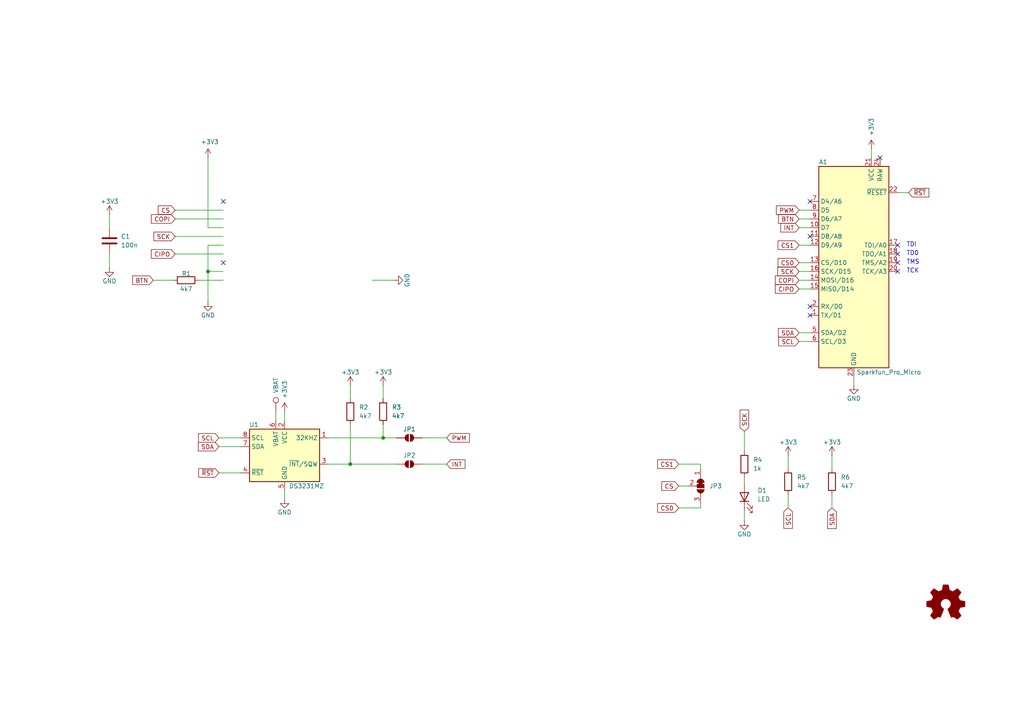
<source format=kicad_sch>
(kicad_sch (version 20231120) (generator "eeschema") (generator_version "8.0")
  (paper "A4")
  (title_block (title "LOG") (date "2020-10-12") (rev "v1.2") (company "nerdyscout"))
  (lib_symbols
    (symbol "Connector:TestPoint" (pin_numbers hide) (pin_names (offset 0.762) hide)
      (property "Reference" "TP" (at 0 6.858 0))
      (property "Value" "TestPoint" (at 0 5.08 0))
      (symbol "TestPoint_0_1"
        (circle (center 0 3.302) (radius 0.762))
      )
      (symbol "TestPoint_1_1"
        (pin passive line (at 0 0 90) (length 2.54) (name "1") (number "1"))
      )
    )
    (symbol "Device:C" (pin_numbers hide) (pin_names (offset 0.254))
      (property "Reference" "C" (at 0.635 2.54 0))
      (property "Value" "C" (at 0.635 -2.54 0))
      (symbol "C_0_1"
        (polyline (pts (xy -2.032 -0.762) (xy 2.032 -0.762)) (stroke (width 0.508)))
        (polyline (pts (xy -2.032 0.762) (xy 2.032 0.762)) (stroke (width 0.508)))
      )
      (symbol "C_1_1"
        (pin passive line (at 0 3.81 270) (length 2.794) (name "~") (number "1"))
        (pin passive line (at 0 -3.81 90) (length 2.794) (name "~") (number "2"))
      )
    )
    (symbol "Device:LED" (pin_numbers hide) (pin_names (offset 1.016) hide)
      (property "Reference" "D" (at 0 2.54 0))
      (property "Value" "LED" (at 0 -2.54 0))
      (symbol "LED_0_1"
        (polyline (pts (xy -1.27 -1.27) (xy -1.27 1.27)) (stroke (width 0.254)))
        (polyline (pts (xy -1.27 0) (xy 1.27 0)))
        (polyline (pts (xy 1.27 -1.27) (xy 1.27 1.27) (xy -1.27 0) (xy 1.27 -1.27)) (stroke (width 0.254)))
        (polyline (pts (xy -3.048 -0.762) (xy -4.572 -2.286) (xy -3.81 -2.286) (xy -4.572 -2.286) (xy -4.572 -1.524)))
        (polyline (pts (xy -1.778 -0.762) (xy -3.302 -2.286) (xy -2.54 -2.286) (xy -3.302 -2.286) (xy -3.302 -1.524)))
      )
      (symbol "LED_1_1"
        (pin passive line (at -3.81 0 0) (length 2.54) (name "K") (number "1"))
        (pin passive line (at 3.81 0 180) (length 2.54) (name "A") (number "2"))
      )
    )
    (symbol "Device:R" (pin_numbers hide) (pin_names (offset 0))
      (property "Reference" "R" (at 2.032 0 90))
      (property "Value" "R" (at 0 0 90))
      (symbol "R_0_1"
        (rectangle (start -1.016 -2.54) (end 1.016 2.54) (stroke (width 0.254)))
      )
      (symbol "R_1_1"
        (pin passive line (at 0 3.81 270) (length 1.27) (name "~") (number "1"))
        (pin passive line (at 0 -3.81 90) (length 1.27) (name "~") (number "2"))
      )
    )
    (symbol "Graphic:Logo_Open_Hardware_Small" (in_bom no) (on_board no)
      (symbol "Logo_Open_Hardware_Small_0_1"
        (polyline (pts (xy 3.3528 -4.3434) (xy 3.302 -4.318) (xy 3.175 -4.2418) (xy 2.9972 -4.1148) (xy 2.7686 -3.9624) (xy 2.54 -3.81) (xy 2.3622 -3.7084) (xy 2.2352 -3.6068) (xy 2.1844 -3.5814) (xy 2.159 -3.6068) (xy 2.0574 -3.6576) (xy 1.905 -3.7338) (xy 1.8034 -3.7846) (xy 1.6764 -3.8354) (xy 1.6002 -3.8354) (xy 1.6002 -3.8354) (xy 1.5494 -3.7338) (xy 1.4732 -3.5306) (xy 1.3462 -3.302) (xy 1.2446 -3.0226) (xy 1.1176 -2.7178) (xy 0.9652 -2.413) (xy 0.8636 -2.1082) (xy 0.7366 -1.8288) (xy 0.6604 -1.6256) (xy 0.6096 -1.4732) (xy 0.5842 -1.397) (xy 0.5842 -1.397) (xy 0.6604 -1.3208) (xy 0.7874 -1.2446) (xy 1.0414 -1.016) (xy 1.2954 -0.6858) (xy 1.4478 -0.3302) (xy 1.524 0.0762) (xy 1.4732 0.4572) (xy 1.3208 0.8128) (xy 1.0668 1.143) (xy 0.762 1.3716) (xy 0.4064 1.524) (xy 0 1.5748) (xy -0.381 1.5494) (xy -0.7366 1.397) (xy -1.0668 1.143) (xy -1.2192 0.9906) (xy -1.397 0.6604) (xy -1.524 0.3048) (xy -1.524 0.2286) (xy -1.4986 -0.1778) (xy -1.397 -0.5334) (xy -1.1938 -0.8636) (xy -0.9144 -1.143) (xy -0.8636 -1.1684) (xy -0.7366 -1.27) (xy -0.635 -1.3462) (xy -0.5842 -1.397) (xy -1.0668 -2.5908) (xy -1.143 -2.794) (xy -1.2954 -3.1242) (xy -1.397 -3.4036) (xy -1.4986 -3.6322) (xy -1.5748 -3.7846) (xy -1.6002 -3.8354) (xy -1.6002 -3.8354) (xy -1.651 -3.8354) (xy -1.7272 -3.81) (xy -1.905 -3.7338) (xy -2.0066 -3.683) (xy -2.1336 -3.6068) (xy -2.2098 -3.5814) (xy -2.2606 -3.6068) (xy -2.3622 -3.683) (xy -2.54 -3.81) (xy -2.7686 -3.9624) (xy -2.9718 -4.0894) (xy -3.1496 -4.2164) (xy -3.302 -4.318) (xy -3.3528 -4.3434) (xy -3.3782 -4.3434) (xy -3.429 -4.318) (xy -3.5306 -4.2164) (xy -3.7084 -4.064) (xy -3.937 -3.8354) (xy -3.9624 -3.81) (xy -4.1656 -3.6068) (xy -4.318 -3.4544) (xy -4.4196 -3.3274) (xy -4.445 -3.2766) (xy -4.445 -3.2766) (xy -4.4196 -3.2258) (xy -4.318 -3.0734) (xy -4.2164 -2.8956) (xy -4.064 -2.667) (xy -3.6576 -2.0828) (xy -3.8862 -1.5494) (xy -3.937 -1.3716) (xy -4.0386 -1.1684) (xy -4.0894 -1.0414) (xy -4.1148 -0.9652) (xy -4.191 -0.9398) (xy -4.318 -0.9144) (xy -4.5466 -0.8636) (xy -4.8006 -0.8128) (xy -5.0546 -0.7874) (xy -5.2578 -0.7366) (xy -5.4356 -0.7112) (xy -5.5118 -0.6858) (xy -5.5118 -0.6858) (xy -5.5372 -0.635) (xy -5.5372 -0.5588) (xy -5.5372 -0.4318) (xy -5.5626 -0.2286) (xy -5.5626 0.0762) (xy -5.5626 0.127) (xy -5.5372 0.4064) (xy -5.5372 0.635) (xy -5.5372 0.762) (xy -5.5372 0.8382) (xy -5.5372 0.8382) (xy -5.461 0.8382) (xy -5.3086 0.889) (xy -5.08 0.9144) (xy -4.826 0.9652) (xy -4.8006 0.9906) (xy -4.5466 1.0414) (xy -4.318 1.0668) (xy -4.1656 1.1176) (xy -4.0894 1.143) (xy -4.0894 1.143) (xy -4.0386 1.2446) (xy -3.9624 1.4224) (xy -3.8608 1.6256) (xy -3.7846 1.8288) (xy -3.7084 2.0066) (xy -3.6576 2.159) (xy -3.6322 2.2098) (xy -3.6322 2.2098) (xy -3.683 2.286) (xy -3.7592 2.413) (xy -3.8862 2.5908) (xy -4.064 2.8194) (xy -4.064 2.8448) (xy -4.2164 3.0734) (xy -4.3434 3.2512) (xy -4.4196 3.3782) (xy -4.445 3.4544) (xy -4.445 3.4544) (xy -4.3942 3.5052) (xy -4.2926 3.6322) (xy -4.1148 3.81) (xy -3.937 4.0132) (xy -3.8608 4.064) (xy -3.6576 4.2926) (xy -3.5052 4.4196) (xy -3.4036 4.4958) (xy -3.3528 4.5212) (xy -3.3528 4.5212) (xy -3.302 4.4704) (xy -3.1496 4.3688) (xy -2.9718 4.2418) (xy -2.7432 4.0894) (xy -2.7178 4.0894) (xy -2.4892 3.937) (xy -2.3114 3.81) (xy -2.1844 3.7084) (xy -2.1336 3.683) (xy -2.1082 3.683) (xy -2.032 3.7084) (xy -1.8542 3.7592) (xy -1.6764 3.8354) (xy -1.4732 3.937) (xy -1.27 4.0132) (xy -1.143 4.064) (xy -1.0668 4.1148) (xy -1.0668 4.1148) (xy -1.0414 4.191) (xy -1.016 4.3434) (xy -0.9652 4.572) (xy -0.9144 4.8514) (xy -0.889 4.9022) (xy -0.8382 5.1562) (xy -0.8128 5.3848) (xy -0.7874 5.5372) (xy -0.762 5.588) (xy -0.7112 5.6134) (xy -0.5842 5.6134) (xy -0.4064 5.6134) (xy -0.1524 5.6134) (xy 0.0762 5.6134) (xy 0.3302 5.6134) (xy 0.5334 5.6134) (xy 0.6858 5.588) (xy 0.7366 5.588) (xy 0.7366 5.588) (xy 0.762 5.5118) (xy 0.8128 5.334) (xy 0.8382 5.1054) (xy 0.9144 4.826) (xy 0.9144 4.7752) (xy 0.9652 4.5212) (xy 1.016 4.2926) (xy 1.0414 4.1402) (xy 1.0668 4.0894) (xy 1.0668 4.0894) (xy 1.1938 4.0386) (xy 1.3716 3.9624) (xy 1.5748 3.8608) (xy 2.0828 3.6576) (xy 2.7178 4.0894) (xy 2.7686 4.1402) (xy 2.9972 4.2926) (xy 3.175 4.4196) (xy 3.302 4.4958) (xy 3.3782 4.5212) (xy 3.3782 4.5212) (xy 3.429 4.4704) (xy 3.556 4.3434) (xy 3.7338 4.191) (xy 3.9116 3.9878) (xy 4.064 3.8354) (xy 4.2418 3.6576) (xy 4.3434 3.556) (xy 4.4196 3.4798) (xy 4.4196 3.429) (xy 4.4196 3.4036) (xy 4.3942 3.3274) (xy 4.2926 3.2004) (xy 4.1656 2.9972) (xy 4.0132 2.794) (xy 3.8862 2.5908) (xy 3.7592 2.3876) (xy 3.6576 2.2352) (xy 3.6322 2.159) (xy 3.6322 2.1336) (xy 3.683 2.0066) (xy 3.7592 1.8288) (xy 3.8608 1.6002) (xy 4.064 1.1176) (xy 4.3942 1.0414) (xy 4.5974 1.016) (xy 4.8768 0.9652) (xy 5.1308 0.9144) (xy 5.5372 0.8382) (xy 5.5626 -0.6604) (xy 5.4864 -0.6858) (xy 5.4356 -0.6858) (xy 5.2832 -0.7366) (xy 5.0546 -0.762) (xy 4.8006 -0.8128) (xy 4.5974 -0.8636) (xy 4.3688 -0.9144) (xy 4.2164 -0.9398) (xy 4.1402 -0.9398) (xy 4.1148 -0.9652) (xy 4.064 -1.0668) (xy 3.9878 -1.2446) (xy 3.9116 -1.4478) (xy 3.81 -1.651) (xy 3.7338 -1.8542) (xy 3.683 -2.0066) (xy 3.6576 -2.0828) (xy 3.683 -2.1336) (xy 3.7846 -2.2606) (xy 3.8862 -2.4638) (xy 4.0386 -2.667) (xy 4.191 -2.8956) (xy 4.318 -3.0734) (xy 4.3942 -3.2004) (xy 4.445 -3.2766) (xy 4.4196 -3.3274) (xy 4.3434 -3.429) (xy 4.1656 -3.5814) (xy 3.937 -3.8354) (xy 3.8862 -3.8608) (xy 3.683 -4.064) (xy 3.5306 -4.2164) (xy 3.4036 -4.318) (xy 3.3528 -4.3434)) (fill (type outline)))
      )
    )
    (symbol "Jumper:SolderJumper_2_Open" (pin_numbers hide) (pin_names (offset 0) hide) (exclude_from_sim yes) (in_bom no)
      (property "Reference" "JP" (at 0 2.032 0))
      (property "Value" "SolderJumper_2_Open" (at 0 -2.54 0))
      (symbol "SolderJumper_2_Open_0_1"
        (arc (start -0.254 1.016) (mid -1.2656 0) (end -0.254 -1.016))
        (arc (start -0.254 1.016) (mid -1.2656 0) (end -0.254 -1.016) (fill (type outline)))
        (polyline (pts (xy -0.254 1.016) (xy -0.254 -1.016)))
        (polyline (pts (xy 0.254 1.016) (xy 0.254 -1.016)))
        (arc (start 0.254 -1.016) (mid 1.2656 0) (end 0.254 1.016))
        (arc (start 0.254 -1.016) (mid 1.2656 0) (end 0.254 1.016) (fill (type outline)))
      )
      (symbol "SolderJumper_2_Open_1_1"
        (pin passive line (at -3.81 0 0) (length 2.54) (name "A") (number "1"))
        (pin passive line (at 3.81 0 180) (length 2.54) (name "B") (number "2"))
      )
    )
    (symbol "Jumper:SolderJumper_3_Bridged12" (pin_names (offset 0) hide) (exclude_from_sim yes) (in_bom no)
      (property "Reference" "JP" (at -2.54 -2.54 0))
      (property "Value" "SolderJumper_3_Bridged12" (at 0 2.794 0))
      (symbol "SolderJumper_3_Bridged12_0_1"
        (rectangle (start -1.016 0.508) (end -0.508 -0.508) (fill (type outline)))
        (arc (start -1.016 1.016) (mid -2.0276 0) (end -1.016 -1.016))
        (arc (start -1.016 1.016) (mid -2.0276 0) (end -1.016 -1.016) (fill (type outline)))
        (rectangle (start -0.508 1.016) (end 0.508 -1.016) (fill (type outline)))
        (polyline (pts (xy -2.54 0) (xy -2.032 0)))
        (polyline (pts (xy -1.016 1.016) (xy -1.016 -1.016)))
        (polyline (pts (xy 0 -1.27) (xy 0 -1.016)))
        (polyline (pts (xy 1.016 1.016) (xy 1.016 -1.016)))
        (polyline (pts (xy 2.54 0) (xy 2.032 0)))
        (arc (start 1.016 -1.016) (mid 2.0276 0) (end 1.016 1.016))
        (arc (start 1.016 -1.016) (mid 2.0276 0) (end 1.016 1.016) (fill (type outline)))
      )
      (symbol "SolderJumper_3_Bridged12_1_1"
        (pin passive line (at -5.08 0 0) (length 2.54) (name "A") (number "1"))
        (pin passive line (at 0 -3.81 90) (length 2.54) (name "C") (number "2"))
        (pin passive line (at 5.08 0 180) (length 2.54) (name "B") (number "3"))
      )
    )
    (symbol "ProMicro:Sparkfun_Pro_Micro"
      (property "Reference" "A" (at -10.16 29.21 0))
      (property "Value" "Sparkfun_Pro_Micro" (at 2.54 -31.75 0))
      (symbol "Sparkfun_Pro_Micro_0_1"
        (rectangle (start -10.16 27.94) (end 10.16 -30.48) (stroke (width 0.254)) (fill (type background)))
      )
      (symbol "Sparkfun_Pro_Micro_1_1"
        (pin bidirectional line (at -12.7 -15.24 0) (length 2.54) (name "TX/D1") (number "1"))
        (pin bidirectional line (at -12.7 10.16 0) (length 2.54) (name "D7") (number "10"))
        (pin bidirectional line (at -12.7 7.62 0) (length 2.54) (name "D8/A8") (number "11"))
        (pin bidirectional line (at -12.7 5.08 0) (length 2.54) (name "D9/A9") (number "12"))
        (pin bidirectional line (at -12.7 0 0) (length 2.54) (name "CS/D10") (number "13"))
        (pin bidirectional line (at -12.7 -5.08 0) (length 2.54) (name "MOSI/D16") (number "14"))
        (pin bidirectional line (at -12.7 -7.62 0) (length 2.54) (name "MISO/D14") (number "15"))
        (pin bidirectional line (at -12.7 -2.54 0) (length 2.54) (name "SCK/D15") (number "16"))
        (pin bidirectional line (at 12.7 5.08 180) (length 2.54) (name "TDI/A0") (number "17"))
        (pin bidirectional line (at 12.7 2.54 180) (length 2.54) (name "TDO/A1") (number "18"))
        (pin bidirectional line (at 12.7 0 180) (length 2.54) (name "TMS/A2") (number "19"))
        (pin bidirectional line (at -12.7 -12.7 0) (length 2.54) (name "RX/D0") (number "2"))
        (pin bidirectional line (at 12.7 -2.54 180) (length 2.54) (name "TCK/A3") (number "20"))
        (pin power_in line (at 5.08 30.48 270) (length 2.54) (name "VCC") (number "21"))
        (pin input line (at 12.7 20.32 180) (length 2.54) (name "~{RESET}") (number "22"))
        (pin power_in line (at 0 -33.02 90) (length 2.54) (name "GND") (number "23"))
        (pin power_in line (at 7.62 30.48 270) (length 2.54) (name "RAW") (number "24"))
        (pin passive line (at 0 -33.02 90) (length 2.54) hide (name "GND") (number "3"))
        (pin passive line (at 0 -33.02 90) (length 2.54) hide (name "GND") (number "4"))
        (pin bidirectional line (at -12.7 -20.32 0) (length 2.54) (name "SDA/D2") (number "5"))
        (pin bidirectional line (at -12.7 -22.86 0) (length 2.54) (name "SCL/D3") (number "6"))
        (pin bidirectional line (at -12.7 17.78 0) (length 2.54) (name "D4/A6") (number "7"))
        (pin bidirectional line (at -12.7 15.24 0) (length 2.54) (name "D5") (number "8"))
        (pin bidirectional line (at -12.7 12.7 0) (length 2.54) (name "D6/A7") (number "9"))
      )
    )
    (symbol "Timer_RTC:DS3231MZ"
      (property "Reference" "U" (at -7.62 8.89 0))
      (property "Value" "DS3231MZ" (at 11.43 8.89 0))
      (symbol "DS3231MZ_0_1"
        (rectangle (start -10.16 7.62) (end 10.16 -7.62) (stroke (width 0.254)) (fill (type background)))
      )
      (symbol "DS3231MZ_1_1"
        (pin open_collector line (at 12.7 5.08 180) (length 2.54) (name "32KHZ") (number "1"))
        (pin power_in line (at 0 10.16 270) (length 2.54) (name "VCC") (number "2"))
        (pin open_collector line (at 12.7 -2.54 180) (length 2.54) (name "~{INT}/SQW") (number "3"))
        (pin bidirectional line (at -12.7 -5.08 0) (length 2.54) (name "~{RST}") (number "4"))
        (pin power_in line (at 0 -10.16 90) (length 2.54) (name "GND") (number "5"))
        (pin power_in line (at -2.54 10.16 270) (length 2.54) (name "VBAT") (number "6"))
        (pin bidirectional line (at -12.7 2.54 0) (length 2.54) (name "SDA") (number "7"))
        (pin input line (at -12.7 5.08 0) (length 2.54) (name "SCL") (number "8"))
      )
    )
    (symbol "power:+3V3" (power) (pin_numbers hide) (pin_names (offset 0) hide)
      (property "Value" "+3V3" (at 0 3.556 0))
      (symbol "+3V3_0_1"
        (polyline (pts (xy -0.762 1.27) (xy 0 2.54)))
        (polyline (pts (xy 0 0) (xy 0 2.54)))
        (polyline (pts (xy 0 2.54) (xy 0.762 1.27)))
      )
      (symbol "+3V3_1_1"
        (pin power_in line (at 0 0 90) (length 0) (name "~") (number "1"))
      )
    )
    (symbol "power:GND" (power) (pin_numbers hide) (pin_names (offset 0) hide)
      (property "Value" "GND" (at 0 -3.81 0))
      (symbol "GND_0_1"
        (polyline (pts (xy 0 0) (xy 0 -1.27) (xy 1.27 -1.27) (xy 0 -2.54) (xy -1.27 -1.27) (xy 0 -1.27)))
      )
      (symbol "GND_1_1"
        (pin power_in line (at 0 0 270) (length 0) (name "~") (number "1"))
      )
    )
  )
  (junction (at 111.125 127))
  (junction (at 60.325 78.74))
  (junction (at 101.6 134.62))
  (no_connect (at 260.35 76.2))
  (no_connect (at 260.35 73.66))
  (no_connect (at 234.95 68.58))
  (no_connect (at 234.95 58.42))
  (no_connect (at 234.95 88.9))
  (no_connect (at 234.95 91.44))
  (no_connect (at 255.27 45.72))
  (no_connect (at 260.35 71.12))
  (no_connect (at 260.35 78.74))
  (no_connect (at 64.77 58.42))
  (no_connect (at 64.77 76.2))
  (wire (pts (xy 231.775 66.04) (xy 234.95 66.04)))
  (wire (pts (xy 64.77 63.5) (xy 50.8 63.5)))
  (wire (pts (xy 82.55 119.38) (xy 82.55 121.92)))
  (wire (pts (xy 215.9 140.335) (xy 215.9 138.43)))
  (wire (pts (xy 231.775 78.74) (xy 234.95 78.74)))
  (wire (pts (xy 203.2 134.62) (xy 203.2 135.89)))
  (wire (pts (xy 101.6 111.76) (xy 101.6 115.57)))
  (wire (pts (xy 31.75 62.23) (xy 31.75 66.04)))
  (wire (pts (xy 63.5 137.16) (xy 69.85 137.16)))
  (wire (pts (xy 111.125 123.19) (xy 111.125 127)))
  (wire (pts (xy 215.9 125.095) (xy 215.9 130.81)))
  (wire (pts (xy 101.6 123.19) (xy 101.6 134.62)))
  (wire (pts (xy 114.3 81.28) (xy 107.95 81.28)))
  (wire (pts (xy 231.775 83.82) (xy 234.95 83.82)))
  (wire (pts (xy 228.6 132.08) (xy 228.6 135.89)))
  (wire (pts (xy 196.85 147.32) (xy 203.2 147.32)))
  (wire (pts (xy 95.25 134.62) (xy 101.6 134.62)))
  (wire (pts (xy 80.01 119.38) (xy 80.01 121.92)))
  (wire (pts (xy 241.3 143.51) (xy 241.3 147.32)))
  (wire (pts (xy 111.125 111.76) (xy 111.125 115.57)))
  (wire (pts (xy 196.85 140.97) (xy 199.39 140.97)))
  (wire (pts (xy 231.775 99.06) (xy 234.95 99.06)))
  (wire (pts (xy 60.325 78.74) (xy 64.77 78.74)))
  (wire (pts (xy 247.65 111.76) (xy 247.65 109.22)))
  (wire (pts (xy 234.95 76.2) (xy 231.775 76.2)))
  (wire (pts (xy 101.6 134.62) (xy 114.935 134.62)))
  (wire (pts (xy 95.25 127) (xy 111.125 127)))
  (wire (pts (xy 122.555 127) (xy 129.54 127)))
  (wire (pts (xy 50.8 68.58) (xy 64.77 68.58)))
  (wire (pts (xy 231.775 60.96) (xy 234.95 60.96)))
  (wire (pts (xy 60.325 78.74) (xy 60.325 87.63)))
  (wire (pts (xy 122.555 134.62) (xy 129.54 134.62)))
  (wire (pts (xy 241.3 132.08) (xy 241.3 135.89)))
  (wire (pts (xy 215.9 151.13) (xy 215.9 147.955)))
  (wire (pts (xy 252.73 43.18) (xy 252.73 45.72)))
  (wire (pts (xy 57.785 81.28) (xy 64.77 81.28)))
  (wire (pts (xy 234.95 63.5) (xy 231.775 63.5)))
  (wire (pts (xy 203.2 147.32) (xy 203.2 146.05)))
  (wire (pts (xy 111.125 127) (xy 114.935 127)))
  (wire (pts (xy 63.5 127) (xy 69.85 127)))
  (wire (pts (xy 60.325 71.12) (xy 60.325 78.74)))
  (wire (pts (xy 64.77 66.04) (xy 60.325 66.04)))
  (wire (pts (xy 234.95 81.28) (xy 231.775 81.28)))
  (wire (pts (xy 64.77 71.12) (xy 60.325 71.12)))
  (wire (pts (xy 44.45 81.28) (xy 50.165 81.28)))
  (wire (pts (xy 263.525 55.88) (xy 260.35 55.88)))
  (wire (pts (xy 50.8 73.66) (xy 64.77 73.66)))
  (wire (pts (xy 69.85 129.54) (xy 63.5 129.54)))
  (wire (pts (xy 60.325 45.72) (xy 60.325 66.04)))
  (wire (pts (xy 234.95 96.52) (xy 231.775 96.52)))
  (wire (pts (xy 31.75 73.66) (xy 31.75 77.724)))
  (wire (pts (xy 196.85 134.62) (xy 203.2 134.62)))
  (wire (pts (xy 82.55 144.78) (xy 82.55 142.24)))
  (wire (pts (xy 228.6 143.51) (xy 228.6 147.32)))
  (wire (pts (xy 231.775 71.12) (xy 234.95 71.12)))
  (wire (pts (xy 50.8 60.96) (xy 64.77 60.96)))
  (text "TDI" (at 262.89 71.755 0) (effects (font (size 1.27 1.27)) (justify left bottom)))
  (text "TD0" (at 262.89 74.295 0) (effects (font (size 1.27 1.27)) (justify left bottom)))
  (text "TMS" (at 262.89 76.835 0) (effects (font (size 1.27 1.27)) (justify left bottom)))
  (text "TCK" (at 262.89 79.375 0) (effects (font (size 1.27 1.27)) (justify left bottom)))
  (global_label "CS1" (shape input) (at 231.775 71.12 180) (property "Intersheetrefs" "${INTERSHEET_REFS}" (effects (hide yes))))
  (global_label "SDA" (shape input) (at 63.5 129.54 180) (property "Intersheetrefs" "${INTERSHEET_REFS}" (effects (hide yes))))
  (global_label "~{RST}" (shape input) (at 63.5 137.16 180) (property "Intersheetrefs" "${INTERSHEET_REFS}" (effects (hide yes))))
  (global_label "COPI" (shape input) (at 231.775 81.28 180) (property "Intersheetrefs" "${INTERSHEET_REFS}" (effects (hide yes))))
  (global_label "CS0" (shape input) (at 196.85 147.32 180) (property "Intersheetrefs" "${INTERSHEET_REFS}" (effects (hide yes))))
  (global_label "SDA" (shape input) (at 241.3 147.32 270) (property "Intersheetrefs" "${INTERSHEET_REFS}" (effects (hide yes))))
  (global_label "CS" (shape input) (at 196.85 140.97 180) (property "Intersheetrefs" "${INTERSHEET_REFS}" (effects (hide yes))))
  (global_label "INT" (shape input) (at 129.54 134.62 0) (property "Intersheetrefs" "${INTERSHEET_REFS}" (effects (hide yes))))
  (global_label "SCL" (shape input) (at 63.5 127 180) (property "Intersheetrefs" "${INTERSHEET_REFS}" (effects (hide yes))))
  (global_label "PWM" (shape input) (at 129.54 127 0) (property "Intersheetrefs" "${INTERSHEET_REFS}" (effects (hide yes))))
  (global_label "CIPO" (shape input) (at 231.775 83.82 180) (property "Intersheetrefs" "${INTERSHEET_REFS}" (effects (hide yes))))
  (global_label "SCL" (shape input) (at 231.775 99.06 180) (property "Intersheetrefs" "${INTERSHEET_REFS}" (effects (hide yes))))
  (global_label "COPI" (shape input) (at 50.8 63.5 180) (property "Intersheetrefs" "${INTERSHEET_REFS}" (effects (hide yes))))
  (global_label "CS1" (shape input) (at 196.85 134.62 180) (property "Intersheetrefs" "${INTERSHEET_REFS}" (effects (hide yes))))
  (global_label "SCK" (shape input) (at 231.775 78.74 180) (property "Intersheetrefs" "${INTERSHEET_REFS}" (effects (hide yes))))
  (global_label "~{RST}" (shape input) (at 263.525 55.88 0) (property "Intersheetrefs" "${INTERSHEET_REFS}" (effects (hide yes))))
  (global_label "CS0" (shape input) (at 231.775 76.2 180) (property "Intersheetrefs" "${INTERSHEET_REFS}" (effects (hide yes))))
  (global_label "INT" (shape input) (at 231.775 66.04 180) (property "Intersheetrefs" "${INTERSHEET_REFS}" (effects (hide yes))))
  (global_label "BTN" (shape input) (at 231.775 63.5 180) (property "Intersheetrefs" "${INTERSHEET_REFS}" (effects (hide yes))))
  (global_label "BTN" (shape input) (at 44.45 81.28 180) (property "Intersheetrefs" "${INTERSHEET_REFS}" (effects (hide yes))))
  (global_label "SDA" (shape input) (at 231.775 96.52 180) (property "Intersheetrefs" "${INTERSHEET_REFS}" (effects (hide yes))))
  (global_label "SCL" (shape input) (at 228.6 147.32 270) (property "Intersheetrefs" "${INTERSHEET_REFS}" (effects (hide yes))))
  (global_label "SCK" (shape input) (at 215.9 125.095 90) (property "Intersheetrefs" "${INTERSHEET_REFS}" (effects (hide yes))))
  (global_label "SCK" (shape input) (at 50.8 68.58 180) (property "Intersheetrefs" "${INTERSHEET_REFS}" (effects (hide yes))))
  (global_label "CS" (shape input) (at 50.8 60.96 180) (property "Intersheetrefs" "${INTERSHEET_REFS}" (effects (hide yes))))
  (global_label "CIPO" (shape input) (at 50.8 73.66 180) (property "Intersheetrefs" "${INTERSHEET_REFS}" (effects (hide yes))))
  (global_label "PWM" (shape input) (at 231.775 60.96 180) (property "Intersheetrefs" "${INTERSHEET_REFS}" (effects (hide yes))))
  (symbol (lib_id "power:GND") (at 247.65 111.76 0) (unit 1)
    (property "Reference" "#PWR0101" (effects (hide yes)))
    (property "Value" "GND" (at 247.65 115.57 0))
  )
  (symbol (lib_id "power:+3V3") (at 252.73 43.18 0) (unit 1)
    (property "Reference" "#PWR0102" (effects (hide yes)))
    (property "Value" "+3V3" (at 252.73 36.83 90))
  )
  (symbol (lib_id "power:GND") (at 31.75 77.724 0) (unit 1)
    (property "Reference" "#PWR0104" (effects (hide yes)))
    (property "Value" "GND" (at 31.75 81.534 0))
  )
  (symbol (lib_id "power:+3V3") (at 241.3 132.08 0) (unit 1)
    (property "Reference" "#PWR0111" (effects (hide yes)))
    (property "Value" "+3V3" (at 241.3 128.27 0))
  )
  (symbol (lib_id "power:+3V3") (at 228.6 132.08 0) (unit 1)
    (property "Reference" "#PWR0112" (effects (hide yes)))
    (property "Value" "+3V3" (at 228.6 128.27 0))
  )
  (symbol (lib_id "Graphic:Logo_Open_Hardware_Small") (at 274.32 175.26 0) (unit 1)
    (property "Reference" "LOGO1" (effects (hide yes)))
    (property "Value" "Logo_Open_Hardware_Small" (effects (hide yes)))
    (property "Footprint" "Symbol:OSHW-Symbol_6.7x6mm_SilkScreen" (effects (hide yes)))
  )
  (symbol (lib_id "power:GND") (at 60.325 87.63 0) (unit 1)
    (property "Reference" "#PWR04" (effects (hide yes)))
    (property "Value" "GND" (at 60.325 91.44 0))
  )
  (symbol (lib_id "power:+3V3") (at 60.325 45.72 0) (unit 1)
    (property "Reference" "#PWR01" (effects (hide yes)))
    (property "Value" "+3V3" (at 60.833 41.148 0))
  )
  (symbol (lib_id "Jumper:SolderJumper_3_Bridged12") (at 203.2 140.97 270) (unit 1)
    (property "Reference" "JP3" (at 205.74 140.97 90) (effects (justify left)))
    (property "Value" "SolderJumper_3_Bridged12" (effects (hide yes)))
    (property "Footprint" "Jumper:SolderJumper-3_P1.3mm_Bridged12_RoundedPad1.0x1.5mm_NumberLabels" (effects (hide yes)))
  )
  (symbol (lib_id "Connector:Micro_SD_Card_Det") (at 87.63 68.58 0) (unit 1)
    (property "Reference" "J1" (at 86.36 46.99 0))
    (property "Value" "Micro_SD_Card_Det" (at 86.36 49.53 0))
    (property "Footprint" "Connector_Card:microSD_HC_Molex_104031-0811" (effects (hide yes)))
    (property "Datasheet" "https://www.hirose.com/product/en/download_file/key_name/DM3/category/Catalog/doc_file_id/49662/?file_category_id=4&item_id=195&is_series=1" (effects (hide yes)))
    (property "Variant" "-RTC,+LOG" (effects (hide yes)))
  )
  (symbol (lib_id "Connector:TestPoint") (at 80.01 119.38 0) (unit 1)
    (property "Reference" "TP1" (effects (hide yes)))
    (property "Value" "VBAT" (at 80.01 111.76 90))
    (property "Footprint" "TestPoint:TestPoint_THTPad_D2.0mm_Drill1.0mm" (effects (hide yes)))
  )
  (symbol (lib_id "Device:R") (at 53.975 81.28 270) (unit 1)
    (property "Reference" "R1" (at 52.705 79.375 90) (effects (justify left)))
    (property "Value" "4k7" (at 53.975 83.82 90))
    (property "Footprint" "Resistor_SMD:R_0603_1608Metric" (effects (hide yes)))
    (property "Variant" "-RTC,+LOG" (effects (hide yes)))
  )
  (symbol (lib_id "Timer_RTC:DS3231MZ") (at 82.55 132.08 0) (unit 1)
    (property "Reference" "U1" (at 73.66 123.19 0))
    (property "Value" "DS3231MZ" (at 88.9 140.97 0))
    (property "Footprint" "Package_SO:SOIC-8_3.9x4.9mm_P1.27mm" (effects (hide yes)))
    (property "Datasheet" "http://datasheets.maximintegrated.com/en/ds/DS3231M.pdf" (effects (hide yes)))
    (property "Variant" "+RTC,-LOG" (effects (hide yes)))
  )
  (symbol (lib_id "power:+3V3") (at 82.55 119.38 0) (unit 1)
    (property "Reference" "#PWR08" (effects (hide yes)))
    (property "Value" "+3V3" (at 82.55 113.03 90))
  )
  (symbol (lib_id "power:GND") (at 82.55 144.78 0) (unit 1)
    (property "Reference" "#PWR012" (effects (hide yes)))
    (property "Value" "GND" (at 82.55 148.59 0))
  )
  (symbol (lib_id "Jumper:SolderJumper_2_Open") (at 118.745 134.62 0) (unit 1)
    (property "Reference" "JP2" (at 118.745 132.08 0))
    (property "Value" "Jumper_NO_Small" (effects (hide yes)))
    (property "Footprint" "Jumper:SolderJumper-2_P1.3mm_Open_RoundedPad1.0x1.5mm" (effects (hide yes)))
  )
  (symbol (lib_id "Device:R") (at 228.6 139.7 0) (unit 1)
    (property "Reference" "R5" (at 231.14 138.43 0) (effects (justify left)))
    (property "Value" "4k7" (at 231.14 140.97 0) (effects (justify left)))
    (property "Footprint" "Resistor_SMD:R_0603_1608Metric" (effects (hide yes)))
    (property "Variant" "+RTC,-LOG" (effects (hide yes)))
  )
  (symbol (lib_id "Device:R") (at 241.3 139.7 0) (unit 1)
    (property "Reference" "R6" (at 243.84 138.43 0) (effects (justify left)))
    (property "Value" "4k7" (at 243.84 140.97 0) (effects (justify left)))
    (property "Footprint" "Resistor_SMD:R_0603_1608Metric" (effects (hide yes)))
    (property "Variant" "+RTC,-LOG" (effects (hide yes)))
  )
  (symbol (lib_id "power:+3V3") (at 101.6 111.76 0) (unit 1)
    (property "Reference" "#PWR06" (effects (hide yes)))
    (property "Value" "+3V3" (at 101.6 107.95 0))
  )
  (symbol (lib_id "power:+3V3") (at 111.125 111.76 0) (unit 1)
    (property "Reference" "#PWR07" (effects (hide yes)))
    (property "Value" "+3V3" (at 111.125 107.95 0))
  )
  (symbol (lib_id "Device:R") (at 101.6 119.38 0) (unit 1)
    (property "Reference" "R2" (at 104.14 118.11 0) (effects (justify left)))
    (property "Value" "4k7" (at 104.14 120.65 0) (effects (justify left)))
    (property "Footprint" "Resistor_SMD:R_0603_1608Metric" (effects (hide yes)))
    (property "Variant" "+RTC,-LOG" (effects (hide yes)))
  )
  (symbol (lib_id "Device:R") (at 111.125 119.38 0) (unit 1)
    (property "Reference" "R3" (at 113.665 118.11 0) (effects (justify left)))
    (property "Value" "4k7" (at 113.665 120.65 0) (effects (justify left)))
    (property "Footprint" "Resistor_SMD:R_0603_1608Metric" (effects (hide yes)))
    (property "Variant" "+RTC,-LOG" (effects (hide yes)))
  )
  (symbol (lib_id "Jumper:SolderJumper_2_Open") (at 118.745 127 0) (unit 1)
    (property "Reference" "JP1" (at 118.745 124.46 0))
    (property "Value" "Jumper_NO_Small" (effects (hide yes)))
    (property "Footprint" "Jumper:SolderJumper-2_P1.3mm_Open_RoundedPad1.0x1.5mm" (effects (hide yes)))
  )
  (symbol (lib_id "power:GND") (at 114.3 81.28 90) (unit 1)
    (property "Reference" "#PWR03" (effects (hide yes)))
    (property "Value" "GND" (at 118.11 81.28 0))
  )
  (symbol (lib_id "Device:R") (at 215.9 134.62 0) (unit 1)
    (property "Reference" "R4" (at 218.44 133.35 0) (effects (justify left)))
    (property "Value" "1k" (at 218.44 135.89 0) (effects (justify left)))
    (property "Footprint" "Resistor_SMD:R_0603_1608Metric" (effects (hide yes)))
    (property "Variant" "-RTC,+LOG" (effects (hide yes)))
  )
  (symbol (lib_id "Device:LED") (at 215.9 144.145 90) (unit 1)
    (property "Reference" "D1" (at 219.71 142.24 90) (effects (justify right)))
    (property "Value" "LED" (at 219.71 144.78 90) (effects (justify right)))
    (property "Footprint" "LED_SMD:LED_0603_1608Metric" (effects (hide yes)))
    (property "Variant" "-RTC,+LOG" (effects (hide yes)))
  )
  (symbol (lib_id "power:GND") (at 215.9 151.13 0) (unit 1)
    (property "Reference" "#PWR014" (effects (hide yes)))
    (property "Value" "GND" (at 215.9 154.94 0))
  )
  (symbol (lib_id "ProMicro:Sparkfun_Pro_Micro") (at 247.65 76.2 0) (unit 1)
    (property "Reference" "A1" (at 238.76 46.99 0))
    (property "Value" "Sparkfun_Pro_Micro" (at 257.81 107.95 0))
    (property "Footprint" "Module:Sparkfun_Pro_Micro" (effects (hide yes)))
    (property "Datasheet" "https://cdn.sparkfun.com/datasheets/Dev/Arduino/Boards/Pro_Micro_v13b.pdf" (effects (hide yes)))
    (property "Variant" "DNP" (effects (hide yes)))
  )
  (symbol (lib_id "power:+3V3") (at 31.75 62.23 0) (unit 1)
    (property "Reference" "#PWR0103" (effects (hide yes)))
    (property "Value" "+3V3" (at 31.75 58.42 0))
  )
  (symbol (lib_id "Device:C") (at 31.75 69.85 0) (unit 1)
    (property "Reference" "C1" (at 35.052 68.58 0) (effects (justify left)))
    (property "Value" "100n" (at 35.052 71.12 0) (effects (justify left)))
    (property "Footprint" "Capacitor_SMD:C_0603_1608Metric" (effects (hide yes)))
  )
)
</source>
